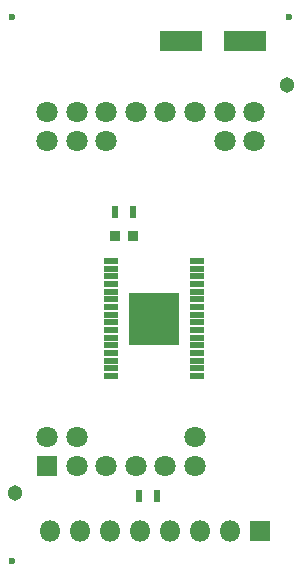
<source format=gbs>
G04 #@! TF.FileFunction,Soldermask,Bot*
%FSLAX46Y46*%
G04 Gerber Fmt 4.6, Leading zero omitted, Abs format (unit mm)*
G04 Created by KiCad (PCBNEW 4.0.6) date Wednesday, September 13, 2017 'PMt' 03:29:23 PM*
%MOMM*%
%LPD*%
G01*
G04 APERTURE LIST*
%ADD10C,0.100000*%
%ADD11R,3.601600X1.701600*%
%ADD12R,0.901600X0.851600*%
%ADD13R,1.801600X1.801600*%
%ADD14C,1.801600*%
%ADD15C,1.301600*%
%ADD16O,1.801600X1.801600*%
%ADD17R,0.601600X1.001600*%
%ADD18R,1.301600X0.501600*%
%ADD19R,4.211600X4.461600*%
%ADD20C,0.599440*%
G04 APERTURE END LIST*
D10*
D11*
X197700000Y-80000000D03*
X192300000Y-80000000D03*
D12*
X188250000Y-96500000D03*
X186750000Y-96500000D03*
D13*
X181000000Y-116000000D03*
D14*
X183500000Y-116000000D03*
X186000000Y-116000000D03*
X188500000Y-116000000D03*
X191000000Y-116000000D03*
X193500000Y-116000000D03*
X181000000Y-113500000D03*
X183500000Y-113500000D03*
X193500000Y-113500000D03*
X181000000Y-88500000D03*
X183500000Y-88500000D03*
X186000000Y-88500000D03*
X196000000Y-88500000D03*
X198500000Y-88500000D03*
X181000000Y-86000000D03*
X183500000Y-86000000D03*
X186000000Y-86000000D03*
X188500000Y-86000000D03*
X191000000Y-86000000D03*
X193500000Y-86000000D03*
X196000000Y-86000000D03*
X198500000Y-86000000D03*
D15*
X178250000Y-118250000D03*
X201250000Y-83750000D03*
D13*
X199000000Y-121500000D03*
D16*
X196460000Y-121500000D03*
X193920000Y-121500000D03*
X191380000Y-121500000D03*
X188840000Y-121500000D03*
X186300000Y-121500000D03*
X183760000Y-121500000D03*
X181220000Y-121500000D03*
D17*
X186750000Y-94500000D03*
X188250000Y-94500000D03*
X188750000Y-118500000D03*
X190250000Y-118500000D03*
D18*
X193650000Y-98625000D03*
X193650000Y-99275000D03*
X193650000Y-99925000D03*
X193650000Y-100575000D03*
X193650000Y-101225000D03*
X193650000Y-101875000D03*
X193650000Y-102525000D03*
X193650000Y-103175000D03*
X193650000Y-103825000D03*
X193650000Y-104475000D03*
X193650000Y-105125000D03*
X193650000Y-105775000D03*
X193650000Y-106425000D03*
X193650000Y-107075000D03*
X193650000Y-107725000D03*
X193650000Y-108375000D03*
X186350000Y-108375000D03*
X186350000Y-107725000D03*
X186350000Y-107075000D03*
X186350000Y-106425000D03*
X186350000Y-105775000D03*
X186350000Y-105125000D03*
X186350000Y-104475000D03*
X186350000Y-103825000D03*
X186350000Y-103175000D03*
X186350000Y-102525000D03*
X186350000Y-101875000D03*
X186350000Y-101225000D03*
X186350000Y-100575000D03*
X186350000Y-99925000D03*
X186350000Y-99275000D03*
X186350000Y-98625000D03*
D19*
X190000000Y-103500000D03*
D20*
X178000000Y-78000000D03*
X201500000Y-78000000D03*
X178000000Y-124000000D03*
M02*

</source>
